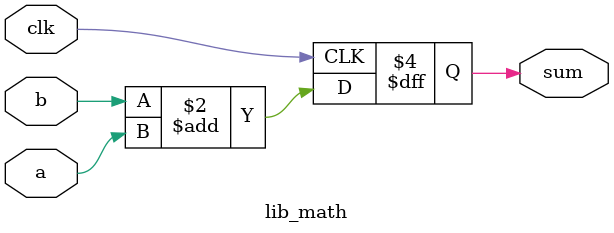
<source format=v>
 
module lib_math(
    input clk,
    input a,
    input b,
    output reg sum
);

always @ (posedge clk)
begin
    if (clk) begin
        sum <= b + a;
        $display("clk=%d, %d", clk, sum);
    end
    else begin
        sum <= a - b;
        $display("clk:%d, %d", clk, sum);
    end
end

endmodule

</source>
